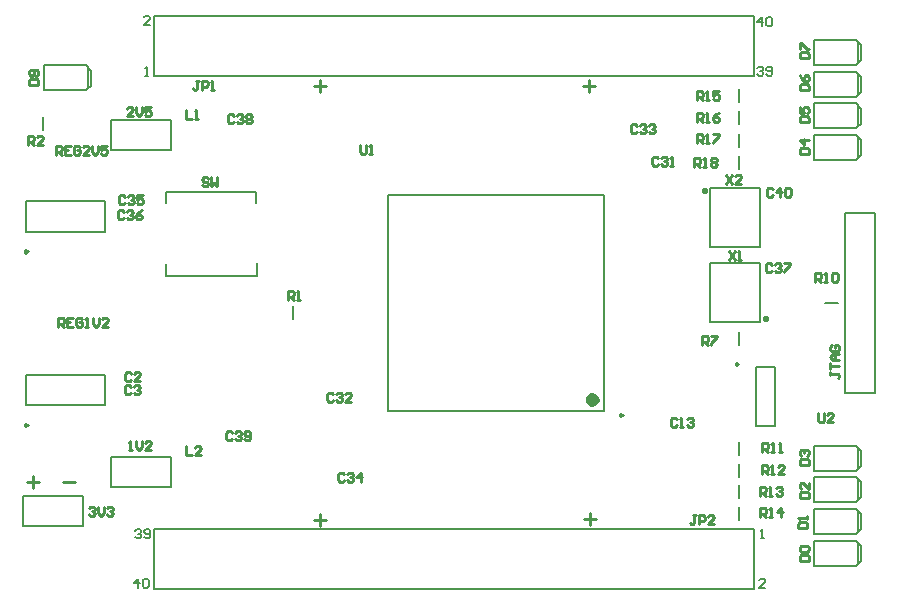
<source format=gto>
G04*
G04 #@! TF.GenerationSoftware,Altium Limited,Altium Designer,20.0.13 (296)*
G04*
G04 Layer_Color=65535*
%FSLAX25Y25*%
%MOIN*%
G70*
G01*
G75*
%ADD10C,0.00984*%
%ADD11C,0.02362*%
%ADD12C,0.00787*%
%ADD13C,0.01000*%
%ADD14C,0.00800*%
D10*
X245046Y76434D02*
X244308Y76860D01*
Y76008D01*
X245046Y76434D01*
X8303Y113913D02*
X7565Y114340D01*
Y113487D01*
X8303Y113913D01*
Y56039D02*
X7565Y56466D01*
Y55613D01*
X8303Y56039D01*
X206624Y59386D02*
X205886Y59812D01*
Y58960D01*
X206624Y59386D01*
D11*
X197668Y64504D02*
X197223Y65427D01*
X196224Y65655D01*
X195422Y65016D01*
Y63991D01*
X196224Y63352D01*
X197223Y63581D01*
X197668Y64504D01*
D12*
X251050Y55548D02*
X257350D01*
X251050Y75233D02*
X257350D01*
Y55548D02*
Y75233D01*
X251050Y55548D02*
Y75233D01*
X270550Y19707D02*
Y28057D01*
X284400D02*
X286100Y26357D01*
X270550Y28057D02*
X284400D01*
X270550Y19707D02*
X284450D01*
X286100Y21357D01*
Y26357D01*
X285100Y20707D02*
Y27357D01*
X245300Y45925D02*
Y50256D01*
Y38759D02*
Y43089D01*
Y31592D02*
Y35923D01*
Y24425D02*
Y28756D01*
X50512Y172448D02*
X250512D01*
X50512Y192448D02*
X250512D01*
X50512Y172448D02*
Y192448D01*
X250512Y172448D02*
Y192448D01*
X270550Y154874D02*
Y163224D01*
X284400D02*
X286100Y161524D01*
X270550Y163224D02*
X284400D01*
X270550Y154874D02*
X284450D01*
X286100Y156524D01*
Y161524D01*
X285100Y155874D02*
Y162524D01*
X270550Y144341D02*
Y152691D01*
X284400D02*
X286100Y150991D01*
X270550Y152691D02*
X284400D01*
X270550Y144341D02*
X284450D01*
X286100Y145991D01*
Y150991D01*
X285100Y145341D02*
Y151991D01*
X270550Y40841D02*
Y49191D01*
X284400D02*
X286100Y47491D01*
X270550Y49191D02*
X284400D01*
X270550Y40841D02*
X284450D01*
X286100Y42491D01*
Y47491D01*
X285100Y41840D02*
Y48491D01*
X270550Y30274D02*
Y38624D01*
X284400D02*
X286100Y36924D01*
X270550Y38624D02*
X284400D01*
X270550Y30274D02*
X284450D01*
X286100Y31924D01*
Y36924D01*
X285100Y31274D02*
Y37924D01*
X235748Y134935D02*
X252284D01*
X235748Y115250D02*
Y134935D01*
Y115250D02*
X252284D01*
Y134935D01*
X54461Y105784D02*
Y109800D01*
X84776Y105784D02*
Y109958D01*
X54461Y105784D02*
X84776D01*
X54461Y133776D02*
X84382D01*
X54461Y129918D02*
Y133776D01*
X84382Y130194D02*
Y133776D01*
X235748Y90488D02*
Y110173D01*
X252284D01*
Y90488D02*
Y110173D01*
X235748Y90488D02*
X252284D01*
X7811Y120409D02*
X34189D01*
X7811Y130646D02*
X34189D01*
X7811Y120409D02*
Y130646D01*
X34189Y120409D02*
Y130646D01*
X35953Y147823D02*
Y157823D01*
X55953D01*
Y147823D02*
Y157823D01*
X35953Y147823D02*
X55953D01*
X290800Y66590D02*
Y126591D01*
X280800Y66590D02*
Y126591D01*
Y66590D02*
X290800D01*
X280800Y126591D02*
X290800D01*
X13300Y154425D02*
Y158756D01*
X35953Y35331D02*
Y45331D01*
X55953D01*
Y35331D02*
Y45331D01*
X35953Y35331D02*
X55953D01*
X6600Y22490D02*
Y32491D01*
X26600D01*
Y22490D02*
Y32491D01*
X6600Y22490D02*
X26600D01*
X7811Y62535D02*
X34189D01*
X7811Y72772D02*
X34189D01*
X7811Y62535D02*
Y72772D01*
X34189Y62535D02*
Y72772D01*
X270550Y165407D02*
Y173757D01*
X284400D02*
X286100Y172057D01*
X270550Y173757D02*
X284400D01*
X270550Y165407D02*
X284450D01*
X286100Y167057D01*
Y172057D01*
X285100Y166407D02*
Y173057D01*
X270550Y175941D02*
Y184291D01*
X284400D02*
X286100Y182590D01*
X270550Y184291D02*
X284400D01*
X270550Y175941D02*
X284450D01*
X286100Y177591D01*
Y182590D01*
X285100Y176941D02*
Y183590D01*
X13750Y167541D02*
Y175891D01*
X27600D02*
X29300Y174191D01*
X13750Y175891D02*
X27600D01*
X13750Y167541D02*
X27650D01*
X29300Y169191D01*
Y174191D01*
X28300Y168541D02*
Y175191D01*
X270550Y9141D02*
Y17491D01*
X284400D02*
X286100Y15790D01*
X270550Y17491D02*
X284400D01*
X270550Y9141D02*
X284450D01*
X286100Y10791D01*
Y15790D01*
X285100Y10141D02*
Y16791D01*
X50472Y21228D02*
X250472D01*
X50472Y1228D02*
X250472D01*
Y21228D01*
X50472Y1228D02*
Y21228D01*
X96900Y91425D02*
Y95756D01*
X245500Y163725D02*
Y168056D01*
Y156292D02*
Y160623D01*
Y148858D02*
Y153189D01*
Y141425D02*
Y145756D01*
X245400Y82625D02*
Y86956D01*
X274135Y96591D02*
X278465D01*
X128376Y132614D02*
X200424D01*
X128376Y60567D02*
X200424D01*
X128376D02*
Y132614D01*
X200424Y60567D02*
Y132614D01*
D13*
X8050Y37040D02*
X12049D01*
X10049Y39039D02*
Y35040D01*
X20046Y37040D02*
X24045D01*
X233386Y134541D02*
X234385D01*
Y133541D01*
X233386D01*
Y134541D01*
X254646Y90882D02*
X253646D01*
Y91882D01*
X254646D01*
Y90882D01*
X103600Y168990D02*
X107599D01*
X105599Y170989D02*
Y166990D01*
X193300Y168990D02*
X197299D01*
X195299Y170989D02*
Y166990D01*
X103800Y24390D02*
X107799D01*
X105799Y26389D02*
Y22390D01*
X193600Y24690D02*
X197599D01*
X195599Y26689D02*
Y22690D01*
X271800Y59990D02*
Y57490D01*
X272300Y56990D01*
X273300D01*
X273799Y57490D01*
Y59990D01*
X276798Y56990D02*
X274799D01*
X276798Y58990D01*
Y59490D01*
X276298Y59990D01*
X275299D01*
X274799Y59490D01*
X119200Y149490D02*
Y146990D01*
X119700Y146491D01*
X120700D01*
X121199Y146990D01*
Y149490D01*
X122199Y146491D02*
X123199D01*
X122699D01*
Y149490D01*
X122199Y148990D01*
X241100Y139390D02*
X243099Y136391D01*
Y139390D02*
X241100Y136391D01*
X246098D02*
X244099D01*
X246098Y138390D01*
Y138890D01*
X245599Y139390D01*
X244599D01*
X244099Y138890D01*
X68449Y138120D02*
X67949Y138620D01*
X66950D01*
X66450Y138120D01*
Y137620D01*
X66950Y137120D01*
X67949D01*
X68449Y136620D01*
Y136120D01*
X67949Y135621D01*
X66950D01*
X66450Y136120D01*
X69449Y138620D02*
Y135621D01*
X70449Y136620D01*
X71448Y135621D01*
Y138620D01*
X256699Y134590D02*
X256200Y135090D01*
X255200D01*
X254700Y134590D01*
Y132590D01*
X255200Y132091D01*
X256200D01*
X256699Y132590D01*
X259198Y132091D02*
Y135090D01*
X257699Y133590D01*
X259698D01*
X260698Y134590D02*
X261198Y135090D01*
X262198D01*
X262697Y134590D01*
Y132590D01*
X262198Y132091D01*
X261198D01*
X260698Y132590D01*
Y134590D01*
X230500Y142191D02*
Y145190D01*
X231999D01*
X232499Y144690D01*
Y143690D01*
X231999Y143190D01*
X230500D01*
X231500D02*
X232499Y142191D01*
X233499D02*
X234499D01*
X233999D01*
Y145190D01*
X233499Y144690D01*
X235998D02*
X236498Y145190D01*
X237498D01*
X237998Y144690D01*
Y144190D01*
X237498Y143690D01*
X237998Y143190D01*
Y142690D01*
X237498Y142191D01*
X236498D01*
X235998Y142690D01*
Y143190D01*
X236498Y143690D01*
X235998Y144190D01*
Y144690D01*
X236498Y143690D02*
X237498D01*
X231400Y149891D02*
Y152890D01*
X232899D01*
X233399Y152390D01*
Y151390D01*
X232899Y150890D01*
X231400D01*
X232400D02*
X233399Y149891D01*
X234399D02*
X235399D01*
X234899D01*
Y152890D01*
X234399Y152390D01*
X236898Y152890D02*
X238898D01*
Y152390D01*
X236898Y150390D01*
Y149891D01*
X253000Y39691D02*
Y42690D01*
X254500D01*
X254999Y42190D01*
Y41190D01*
X254500Y40690D01*
X253000D01*
X254000D02*
X254999Y39691D01*
X255999D02*
X256999D01*
X256499D01*
Y42690D01*
X255999Y42190D01*
X260498Y39691D02*
X258498D01*
X260498Y41690D01*
Y42190D01*
X259998Y42690D01*
X258998D01*
X258498Y42190D01*
X253100Y47091D02*
Y50090D01*
X254599D01*
X255099Y49590D01*
Y48590D01*
X254599Y48090D01*
X253100D01*
X254100D02*
X255099Y47091D01*
X256099D02*
X257099D01*
X256599D01*
Y50090D01*
X256099Y49590D01*
X258598Y47091D02*
X259598D01*
X259098D01*
Y50090D01*
X258598Y49590D01*
X265601Y10862D02*
X268600D01*
Y12361D01*
X268100Y12861D01*
X266101D01*
X265601Y12361D01*
Y10862D01*
X266101Y13861D02*
X265601Y14361D01*
Y15361D01*
X266101Y15860D01*
X268100D01*
X268600Y15361D01*
Y14361D01*
X268100Y13861D01*
X266101D01*
X8801Y169405D02*
X11800D01*
Y170904D01*
X11300Y171404D01*
X9301D01*
X8801Y170904D01*
Y169405D01*
X9301Y172404D02*
X8801Y172904D01*
Y173903D01*
X9301Y174403D01*
X9801D01*
X10300Y173903D01*
X10800Y174403D01*
X11300D01*
X11800Y173903D01*
Y172904D01*
X11300Y172404D01*
X10800D01*
X10300Y172904D01*
X9801Y172404D01*
X9301D01*
X10300Y172904D02*
Y173903D01*
X265601Y178233D02*
X268600D01*
Y179733D01*
X268100Y180233D01*
X266101D01*
X265601Y179733D01*
Y178233D01*
Y181233D02*
Y183232D01*
X266101D01*
X268100Y181233D01*
X268600D01*
X265601Y167557D02*
X268600D01*
Y169057D01*
X268100Y169557D01*
X266101D01*
X265601Y169057D01*
Y167557D01*
Y172556D02*
X266101Y171556D01*
X267101Y170556D01*
X268100D01*
X268600Y171056D01*
Y172056D01*
X268100Y172556D01*
X267600D01*
X267101Y172056D01*
Y170556D01*
X241916Y114190D02*
X243915Y111191D01*
Y114190D02*
X241916Y111191D01*
X244915D02*
X245915D01*
X245415D01*
Y114190D01*
X244915Y113690D01*
X18500Y88854D02*
Y91853D01*
X19999D01*
X20499Y91353D01*
Y90353D01*
X19999Y89853D01*
X18500D01*
X19500D02*
X20499Y88854D01*
X23498Y91853D02*
X21499D01*
Y88854D01*
X23498D01*
X21499Y90353D02*
X22499D01*
X26497Y91353D02*
X25998Y91853D01*
X24998D01*
X24498Y91353D01*
Y89353D01*
X24998Y88854D01*
X25998D01*
X26497Y89353D01*
Y90353D01*
X25498D01*
X27497Y88854D02*
X28497D01*
X27997D01*
Y91853D01*
X27497Y91353D01*
X29996Y91853D02*
Y89853D01*
X30996Y88854D01*
X31996Y89853D01*
Y91853D01*
X34995Y88854D02*
X32995D01*
X34995Y90853D01*
Y91353D01*
X34495Y91853D01*
X33495D01*
X32995Y91353D01*
X17700Y146128D02*
Y149127D01*
X19199D01*
X19699Y148627D01*
Y147627D01*
X19199Y147127D01*
X17700D01*
X18700D02*
X19699Y146128D01*
X22698Y149127D02*
X20699D01*
Y146128D01*
X22698D01*
X20699Y147627D02*
X21699D01*
X25697Y148627D02*
X25198Y149127D01*
X24198D01*
X23698Y148627D01*
Y146627D01*
X24198Y146128D01*
X25198D01*
X25697Y146627D01*
Y147627D01*
X24698D01*
X28696Y146128D02*
X26697D01*
X28696Y148127D01*
Y148627D01*
X28197Y149127D01*
X27197D01*
X26697Y148627D01*
X29696Y149127D02*
Y147127D01*
X30696Y146128D01*
X31696Y147127D01*
Y149127D01*
X34694D02*
X32695D01*
Y147627D01*
X33695Y148127D01*
X34195D01*
X34694Y147627D01*
Y146627D01*
X34195Y146128D01*
X33195D01*
X32695Y146627D01*
X270900Y103791D02*
Y106790D01*
X272399D01*
X272899Y106290D01*
Y105290D01*
X272399Y104790D01*
X270900D01*
X271900D02*
X272899Y103791D01*
X273899D02*
X274899D01*
X274399D01*
Y106790D01*
X273899Y106290D01*
X276398D02*
X276898Y106790D01*
X277898D01*
X278398Y106290D01*
Y104290D01*
X277898Y103791D01*
X276898D01*
X276398Y104290D01*
Y106290D01*
X233200Y82790D02*
Y85790D01*
X234700D01*
X235199Y85290D01*
Y84290D01*
X234700Y83790D01*
X233200D01*
X234200D02*
X235199Y82790D01*
X236199Y85790D02*
X238198D01*
Y85290D01*
X236199Y83290D01*
Y82790D01*
X95000Y97790D02*
Y100790D01*
X96500D01*
X96999Y100290D01*
Y99290D01*
X96500Y98790D01*
X95000D01*
X96000D02*
X96999Y97790D01*
X97999D02*
X98999D01*
X98499D01*
Y100790D01*
X97999Y100290D01*
X61000Y49022D02*
Y46023D01*
X62999D01*
X65998D02*
X63999D01*
X65998Y48022D01*
Y48522D01*
X65499Y49022D01*
X64499D01*
X63999Y48522D01*
X61000Y161090D02*
Y158091D01*
X62999D01*
X63999D02*
X64999D01*
X64499D01*
Y161090D01*
X63999Y160590D01*
X231072Y26027D02*
X230072D01*
X230572D01*
Y23527D01*
X230072Y23028D01*
X229572D01*
X229072Y23527D01*
X232071Y23028D02*
Y26027D01*
X233571D01*
X234071Y25527D01*
Y24527D01*
X233571Y24027D01*
X232071D01*
X237070Y23028D02*
X235070D01*
X237070Y25027D01*
Y25527D01*
X236570Y26027D01*
X235570D01*
X235070Y25527D01*
X28610Y28210D02*
X29110Y28710D01*
X30110D01*
X30609Y28210D01*
Y27710D01*
X30110Y27210D01*
X29610D01*
X30110D01*
X30609Y26710D01*
Y26210D01*
X30110Y25711D01*
X29110D01*
X28610Y26210D01*
X31609Y28710D02*
Y26710D01*
X32609Y25711D01*
X33608Y26710D01*
Y28710D01*
X34608Y28210D02*
X35108Y28710D01*
X36108D01*
X36607Y28210D01*
Y27710D01*
X36108Y27210D01*
X35608D01*
X36108D01*
X36607Y26710D01*
Y26210D01*
X36108Y25711D01*
X35108D01*
X34608Y26210D01*
X41953Y47563D02*
X42952D01*
X42453D01*
Y50562D01*
X41953Y50062D01*
X44452Y50562D02*
Y48562D01*
X45452Y47563D01*
X46451Y48562D01*
Y50562D01*
X49450Y47563D02*
X47451D01*
X49450Y49562D01*
Y50062D01*
X48950Y50562D01*
X47951D01*
X47451Y50062D01*
X65411Y170747D02*
X64411D01*
X64911D01*
Y168248D01*
X64411Y167748D01*
X63912D01*
X63412Y168248D01*
X66411Y167748D02*
Y170747D01*
X67910D01*
X68410Y170247D01*
Y169248D01*
X67910Y168748D01*
X66411D01*
X69410Y167748D02*
X70410D01*
X69910D01*
Y170747D01*
X69410Y170247D01*
X43299Y158991D02*
X41300D01*
X43299Y160990D01*
Y161490D01*
X42799Y161990D01*
X41800D01*
X41300Y161490D01*
X44299Y161990D02*
Y159990D01*
X45299Y158991D01*
X46298Y159990D01*
Y161990D01*
X49297D02*
X47298D01*
Y160490D01*
X48298Y160990D01*
X48798D01*
X49297Y160490D01*
Y159490D01*
X48798Y158991D01*
X47798D01*
X47298Y159490D01*
X275801Y73690D02*
Y72690D01*
Y73190D01*
X278300D01*
X278800Y72690D01*
Y72190D01*
X278300Y71690D01*
X275801Y74690D02*
Y76689D01*
Y75689D01*
X278800D01*
Y77689D02*
X276801D01*
X275801Y78688D01*
X276801Y79688D01*
X278800D01*
X277301D01*
Y77689D01*
X276301Y82687D02*
X275801Y82187D01*
Y81187D01*
X276301Y80688D01*
X278300D01*
X278800Y81187D01*
Y82187D01*
X278300Y82687D01*
X277301D01*
Y81687D01*
X256299Y109390D02*
X255800Y109890D01*
X254800D01*
X254300Y109390D01*
Y107390D01*
X254800Y106891D01*
X255800D01*
X256299Y107390D01*
X257299Y109390D02*
X257799Y109890D01*
X258799D01*
X259298Y109390D01*
Y108890D01*
X258799Y108390D01*
X258299D01*
X258799D01*
X259298Y107890D01*
Y107390D01*
X258799Y106891D01*
X257799D01*
X257299Y107390D01*
X260298Y109890D02*
X262297D01*
Y109390D01*
X260298Y107390D01*
Y106891D01*
X40399Y127090D02*
X39900Y127590D01*
X38900D01*
X38400Y127090D01*
Y125090D01*
X38900Y124591D01*
X39900D01*
X40399Y125090D01*
X41399Y127090D02*
X41899Y127590D01*
X42899D01*
X43398Y127090D01*
Y126590D01*
X42899Y126090D01*
X42399D01*
X42899D01*
X43398Y125590D01*
Y125090D01*
X42899Y124591D01*
X41899D01*
X41399Y125090D01*
X46397Y127590D02*
X45398Y127090D01*
X44398Y126090D01*
Y125090D01*
X44898Y124591D01*
X45898D01*
X46397Y125090D01*
Y125590D01*
X45898Y126090D01*
X44398D01*
X40599Y132190D02*
X40099Y132690D01*
X39100D01*
X38600Y132190D01*
Y130190D01*
X39100Y129691D01*
X40099D01*
X40599Y130190D01*
X41599Y132190D02*
X42099Y132690D01*
X43099D01*
X43598Y132190D01*
Y131690D01*
X43099Y131190D01*
X42599D01*
X43099D01*
X43598Y130690D01*
Y130190D01*
X43099Y129691D01*
X42099D01*
X41599Y130190D01*
X46597Y132690D02*
X44598D01*
Y131190D01*
X45598Y131690D01*
X46098D01*
X46597Y131190D01*
Y130190D01*
X46098Y129691D01*
X45098D01*
X44598Y130190D01*
X113899Y39690D02*
X113400Y40190D01*
X112400D01*
X111900Y39690D01*
Y37690D01*
X112400Y37191D01*
X113400D01*
X113899Y37690D01*
X114899Y39690D02*
X115399Y40190D01*
X116399D01*
X116898Y39690D01*
Y39190D01*
X116399Y38690D01*
X115899D01*
X116399D01*
X116898Y38190D01*
Y37690D01*
X116399Y37191D01*
X115399D01*
X114899Y37690D01*
X119398Y37191D02*
Y40190D01*
X117898Y38690D01*
X119897D01*
X211299Y155790D02*
X210800Y156290D01*
X209800D01*
X209300Y155790D01*
Y153790D01*
X209800Y153291D01*
X210800D01*
X211299Y153790D01*
X212299Y155790D02*
X212799Y156290D01*
X213798D01*
X214298Y155790D01*
Y155290D01*
X213798Y154790D01*
X213299D01*
X213798D01*
X214298Y154290D01*
Y153790D01*
X213798Y153291D01*
X212799D01*
X212299Y153790D01*
X215298Y155790D02*
X215798Y156290D01*
X216798D01*
X217297Y155790D01*
Y155290D01*
X216798Y154790D01*
X216298D01*
X216798D01*
X217297Y154290D01*
Y153790D01*
X216798Y153291D01*
X215798D01*
X215298Y153790D01*
X224599Y57890D02*
X224099Y58390D01*
X223100D01*
X222600Y57890D01*
Y55890D01*
X223100Y55391D01*
X224099D01*
X224599Y55890D01*
X225599Y55391D02*
X226599D01*
X226099D01*
Y58390D01*
X225599Y57890D01*
X228098D02*
X228598Y58390D01*
X229598D01*
X230098Y57890D01*
Y57390D01*
X229598Y56890D01*
X229098D01*
X229598D01*
X230098Y56390D01*
Y55890D01*
X229598Y55391D01*
X228598D01*
X228098Y55890D01*
X42699Y68790D02*
X42200Y69290D01*
X41200D01*
X40700Y68790D01*
Y66790D01*
X41200Y66290D01*
X42200D01*
X42699Y66790D01*
X43699Y68790D02*
X44199Y69290D01*
X45199D01*
X45698Y68790D01*
Y68290D01*
X45199Y67790D01*
X44699D01*
X45199D01*
X45698Y67290D01*
Y66790D01*
X45199Y66290D01*
X44199D01*
X43699Y66790D01*
X42799Y73090D02*
X42300Y73590D01*
X41300D01*
X40800Y73090D01*
Y71090D01*
X41300Y70591D01*
X42300D01*
X42799Y71090D01*
X45798Y70591D02*
X43799D01*
X45798Y72590D01*
Y73090D01*
X45299Y73590D01*
X44299D01*
X43799Y73090D01*
X76999Y159090D02*
X76499Y159590D01*
X75500D01*
X75000Y159090D01*
Y157090D01*
X75500Y156591D01*
X76499D01*
X76999Y157090D01*
X77999Y159090D02*
X78499Y159590D01*
X79499D01*
X79998Y159090D01*
Y158590D01*
X79499Y158090D01*
X78999D01*
X79499D01*
X79998Y157590D01*
Y157090D01*
X79499Y156591D01*
X78499D01*
X77999Y157090D01*
X80998Y159090D02*
X81498Y159590D01*
X82498D01*
X82997Y159090D01*
Y158590D01*
X82498Y158090D01*
X82997Y157590D01*
Y157090D01*
X82498Y156591D01*
X81498D01*
X80998Y157090D01*
Y157590D01*
X81498Y158090D01*
X80998Y158590D01*
Y159090D01*
X81498Y158090D02*
X82498D01*
X76499Y53490D02*
X75999Y53990D01*
X75000D01*
X74500Y53490D01*
Y51490D01*
X75000Y50991D01*
X75999D01*
X76499Y51490D01*
X77499Y53490D02*
X77999Y53990D01*
X78999D01*
X79498Y53490D01*
Y52990D01*
X78999Y52490D01*
X78499D01*
X78999D01*
X79498Y51990D01*
Y51490D01*
X78999Y50991D01*
X77999D01*
X77499Y51490D01*
X80498D02*
X80998Y50991D01*
X81998D01*
X82497Y51490D01*
Y53490D01*
X81998Y53990D01*
X80998D01*
X80498Y53490D01*
Y52990D01*
X80998Y52490D01*
X82497D01*
X265201Y21657D02*
X268200D01*
Y23157D01*
X267700Y23657D01*
X265701D01*
X265201Y23157D01*
Y21657D01*
X268200Y24656D02*
Y25656D01*
Y25156D01*
X265201D01*
X265701Y24656D01*
X8300Y149435D02*
Y152435D01*
X9799D01*
X10299Y151935D01*
Y150935D01*
X9799Y150435D01*
X8300D01*
X9300D02*
X10299Y149435D01*
X13298D02*
X11299D01*
X13298Y151435D01*
Y151935D01*
X12799Y152435D01*
X11799D01*
X11299Y151935D01*
X265601Y31710D02*
X268600D01*
Y33209D01*
X268100Y33709D01*
X266101D01*
X265601Y33209D01*
Y31710D01*
X268600Y36708D02*
Y34709D01*
X266601Y36708D01*
X266101D01*
X265601Y36208D01*
Y35208D01*
X266101Y34709D01*
X265601Y42848D02*
X268600D01*
Y44347D01*
X268100Y44847D01*
X266101D01*
X265601Y44347D01*
Y42848D01*
X266101Y45847D02*
X265601Y46347D01*
Y47346D01*
X266101Y47846D01*
X266601D01*
X267101Y47346D01*
Y46846D01*
Y47346D01*
X267600Y47846D01*
X268100D01*
X268600Y47346D01*
Y46347D01*
X268100Y45847D01*
X265601Y146419D02*
X268600D01*
Y147919D01*
X268100Y148418D01*
X266101D01*
X265601Y147919D01*
Y146419D01*
X268600Y150918D02*
X265601D01*
X267101Y149418D01*
Y151418D01*
X265601Y157024D02*
X268600D01*
Y158523D01*
X268100Y159023D01*
X266101D01*
X265601Y158523D01*
Y157024D01*
Y162022D02*
Y160023D01*
X267101D01*
X266601Y161023D01*
Y161522D01*
X267101Y162022D01*
X268100D01*
X268600Y161522D01*
Y160523D01*
X268100Y160023D01*
X252400Y32491D02*
Y35490D01*
X253900D01*
X254399Y34990D01*
Y33990D01*
X253900Y33490D01*
X252400D01*
X253400D02*
X254399Y32491D01*
X255399D02*
X256399D01*
X255899D01*
Y35490D01*
X255399Y34990D01*
X257898D02*
X258398Y35490D01*
X259398D01*
X259898Y34990D01*
Y34490D01*
X259398Y33990D01*
X258898D01*
X259398D01*
X259898Y33490D01*
Y32990D01*
X259398Y32491D01*
X258398D01*
X257898Y32990D01*
X252500Y25390D02*
Y28390D01*
X253999D01*
X254499Y27890D01*
Y26890D01*
X253999Y26390D01*
X252500D01*
X253500D02*
X254499Y25390D01*
X255499D02*
X256499D01*
X255999D01*
Y28390D01*
X255499Y27890D01*
X259498Y25390D02*
Y28390D01*
X257998Y26890D01*
X259998D01*
X231400Y164291D02*
Y167290D01*
X232899D01*
X233399Y166790D01*
Y165790D01*
X232899Y165290D01*
X231400D01*
X232400D02*
X233399Y164291D01*
X234399D02*
X235399D01*
X234899D01*
Y167290D01*
X234399Y166790D01*
X238898Y167290D02*
X236898D01*
Y165790D01*
X237898Y166290D01*
X238398D01*
X238898Y165790D01*
Y164790D01*
X238398Y164291D01*
X237398D01*
X236898Y164790D01*
X231300Y157163D02*
Y160162D01*
X232800D01*
X233299Y159662D01*
Y158662D01*
X232800Y158162D01*
X231300D01*
X232300D02*
X233299Y157163D01*
X234299D02*
X235299D01*
X234799D01*
Y160162D01*
X234299Y159662D01*
X238798Y160162D02*
X237798Y159662D01*
X236798Y158662D01*
Y157663D01*
X237298Y157163D01*
X238298D01*
X238798Y157663D01*
Y158162D01*
X238298Y158662D01*
X236798D01*
X218499Y144990D02*
X218000Y145490D01*
X217000D01*
X216500Y144990D01*
Y142990D01*
X217000Y142491D01*
X218000D01*
X218499Y142990D01*
X219499Y144990D02*
X219999Y145490D01*
X220999D01*
X221498Y144990D01*
Y144490D01*
X220999Y143990D01*
X220499D01*
X220999D01*
X221498Y143490D01*
Y142990D01*
X220999Y142491D01*
X219999D01*
X219499Y142990D01*
X222498Y142491D02*
X223498D01*
X222998D01*
Y145490D01*
X222498Y144990D01*
X110083Y66290D02*
X109583Y66790D01*
X108583D01*
X108083Y66290D01*
Y64290D01*
X108583Y63791D01*
X109583D01*
X110083Y64290D01*
X111082Y66290D02*
X111582Y66790D01*
X112582D01*
X113082Y66290D01*
Y65790D01*
X112582Y65290D01*
X112082D01*
X112582D01*
X113082Y64790D01*
Y64290D01*
X112582Y63791D01*
X111582D01*
X111082Y64290D01*
X116081Y63791D02*
X114081D01*
X116081Y65790D01*
Y66290D01*
X115581Y66790D01*
X114581D01*
X114081Y66290D01*
D14*
X47512Y172448D02*
X48511D01*
X48012D01*
Y175447D01*
X47512Y174947D01*
X49011Y189448D02*
X47012D01*
X49011Y191447D01*
Y191947D01*
X48511Y192447D01*
X47512D01*
X47012Y191947D01*
X253011Y188948D02*
Y191947D01*
X251512Y190448D01*
X253511D01*
X254511Y191447D02*
X255011Y191947D01*
X256010D01*
X256510Y191447D01*
Y189448D01*
X256010Y188948D01*
X255011D01*
X254511Y189448D01*
Y191447D01*
X251512Y174947D02*
X252012Y175447D01*
X253011D01*
X253511Y174947D01*
Y174447D01*
X253011Y173948D01*
X252512D01*
X253011D01*
X253511Y173448D01*
Y172948D01*
X253011Y172448D01*
X252012D01*
X251512Y172948D01*
X254511D02*
X255011Y172448D01*
X256010D01*
X256510Y172948D01*
Y174947D01*
X256010Y175447D01*
X255011D01*
X254511Y174947D01*
Y174447D01*
X255011Y173948D01*
X256510D01*
X252722Y18228D02*
X253721D01*
X253222D01*
Y21227D01*
X252722Y20727D01*
X254221Y1728D02*
X252222D01*
X254221Y3727D01*
Y4227D01*
X253721Y4727D01*
X252722D01*
X252222Y4227D01*
X45221Y1728D02*
Y4727D01*
X43722Y3227D01*
X45721D01*
X46721Y4227D02*
X47221Y4727D01*
X48220D01*
X48720Y4227D01*
Y2227D01*
X48220Y1728D01*
X47221D01*
X46721Y2227D01*
Y4227D01*
X44222Y20727D02*
X44721Y21227D01*
X45721D01*
X46221Y20727D01*
Y20227D01*
X45721Y19727D01*
X45221D01*
X45721D01*
X46221Y19227D01*
Y18727D01*
X45721Y18228D01*
X44721D01*
X44222Y18727D01*
X47221D02*
X47721Y18228D01*
X48720D01*
X49220Y18727D01*
Y20727D01*
X48720Y21227D01*
X47721D01*
X47221Y20727D01*
Y20227D01*
X47721Y19727D01*
X49220D01*
M02*

</source>
